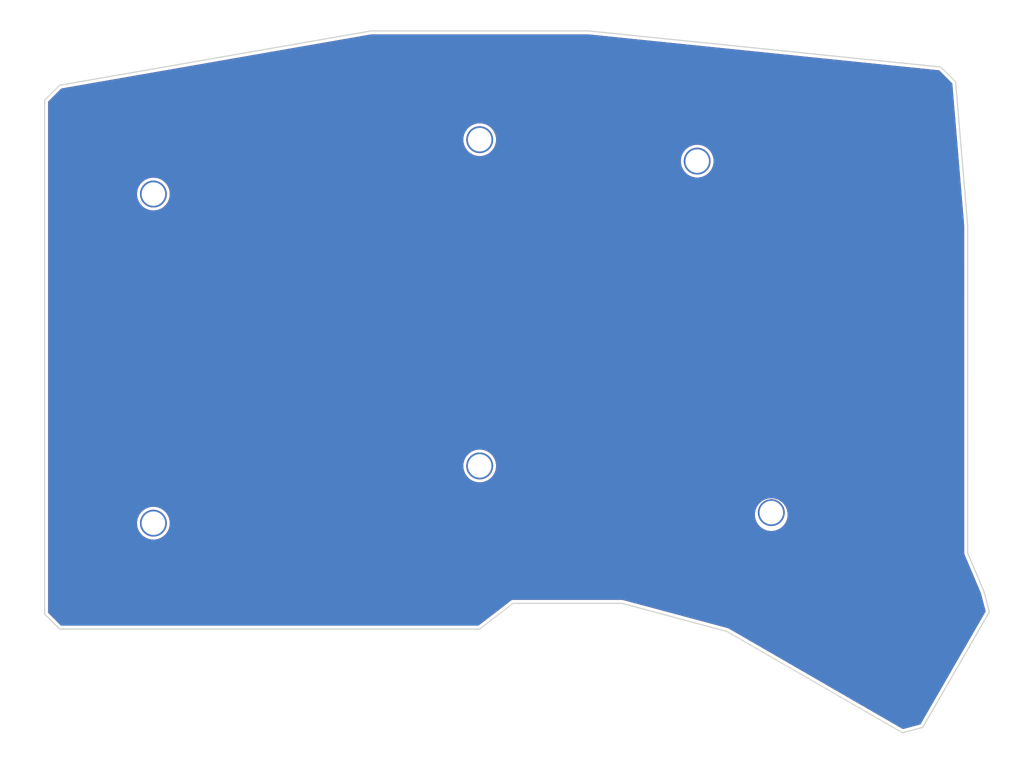
<source format=kicad_pcb>
(kicad_pcb (version 20171130) (host pcbnew "(5.1.10)-1")

  (general
    (thickness 1.6)
    (drawings 18)
    (tracks 0)
    (zones 0)
    (modules 6)
    (nets 1)
  )

  (page A4)
  (layers
    (0 F.Cu signal)
    (31 B.Cu signal)
    (32 B.Adhes user)
    (33 F.Adhes user)
    (34 B.Paste user)
    (35 F.Paste user)
    (36 B.SilkS user)
    (37 F.SilkS user)
    (38 B.Mask user)
    (39 F.Mask user)
    (40 Dwgs.User user)
    (41 Cmts.User user)
    (42 Eco1.User user)
    (43 Eco2.User user)
    (44 Edge.Cuts user)
    (45 Margin user)
    (46 B.CrtYd user)
    (47 F.CrtYd user)
    (48 B.Fab user)
    (49 F.Fab user)
  )

  (setup
    (last_trace_width 0.25)
    (trace_clearance 0.2)
    (zone_clearance 0.508)
    (zone_45_only no)
    (trace_min 0.2)
    (via_size 0.8)
    (via_drill 0.4)
    (via_min_size 0.4)
    (via_min_drill 0.3)
    (uvia_size 0.3)
    (uvia_drill 0.1)
    (uvias_allowed no)
    (uvia_min_size 0.2)
    (uvia_min_drill 0.1)
    (edge_width 0.1)
    (segment_width 0.2)
    (pcb_text_width 0.3)
    (pcb_text_size 1.5 1.5)
    (mod_edge_width 0.15)
    (mod_text_size 1 1)
    (mod_text_width 0.15)
    (pad_size 1.524 1.524)
    (pad_drill 0.762)
    (pad_to_mask_clearance 0)
    (aux_axis_origin 0 0)
    (visible_elements 7FFFFFFF)
    (pcbplotparams
      (layerselection 0x010fc_ffffffff)
      (usegerberextensions false)
      (usegerberattributes true)
      (usegerberadvancedattributes true)
      (creategerberjobfile true)
      (excludeedgelayer true)
      (linewidth 0.100000)
      (plotframeref false)
      (viasonmask false)
      (mode 1)
      (useauxorigin false)
      (hpglpennumber 1)
      (hpglpenspeed 20)
      (hpglpendiameter 15.000000)
      (psnegative false)
      (psa4output false)
      (plotreference true)
      (plotvalue true)
      (plotinvisibletext false)
      (padsonsilk false)
      (subtractmaskfromsilk false)
      (outputformat 1)
      (mirror false)
      (drillshape 1)
      (scaleselection 1)
      (outputdirectory ""))
  )

  (net 0 "")

  (net_class Default "This is the default net class."
    (clearance 0.2)
    (trace_width 0.25)
    (via_dia 0.8)
    (via_drill 0.4)
    (uvia_dia 0.3)
    (uvia_drill 0.1)
  )

  (module kbd:HOLE_M2_TH (layer F.Cu) (tedit 611CB16B) (tstamp 6132D5F0)
    (at 186.947906 119.154041)
    (fp_text reference TH5 (at 0 -2.54) (layer F.SilkS) hide
      (effects (font (size 0.29972 0.29972) (thickness 0.0762)))
    )
    (fp_text value HOLE (at 0 2.54) (layer F.SilkS) hide
      (effects (font (size 0.29972 0.29972) (thickness 0.0762)))
    )
    (pad "" thru_hole circle (at 0 0 90) (size 4.7 4.7) (drill 4.1) (layers *.Cu *.Mask Dwgs.User)
      (clearance 0.3))
  )

  (module kbd:HOLE_M2_TH (layer F.Cu) (tedit 611CB16B) (tstamp 6132D5F0)
    (at 174 57.75)
    (fp_text reference TH5 (at 0 -2.54) (layer F.SilkS) hide
      (effects (font (size 0.29972 0.29972) (thickness 0.0762)))
    )
    (fp_text value HOLE (at 0 2.54) (layer F.SilkS) hide
      (effects (font (size 0.29972 0.29972) (thickness 0.0762)))
    )
    (pad "" thru_hole circle (at 0 0 90) (size 4.7 4.7) (drill 4.1) (layers *.Cu *.Mask Dwgs.User)
      (clearance 0.3))
  )

  (module kbd:HOLE_M2_TH (layer F.Cu) (tedit 611CB16B) (tstamp 6132D5F0)
    (at 136 54)
    (fp_text reference TH5 (at 0 -2.54) (layer F.SilkS) hide
      (effects (font (size 0.29972 0.29972) (thickness 0.0762)))
    )
    (fp_text value HOLE (at 0 2.54) (layer F.SilkS) hide
      (effects (font (size 0.29972 0.29972) (thickness 0.0762)))
    )
    (pad "" thru_hole circle (at 0 0 90) (size 4.7 4.7) (drill 4.1) (layers *.Cu *.Mask Dwgs.User)
      (clearance 0.3))
  )

  (module kbd:HOLE_M2_TH (layer F.Cu) (tedit 611CB16B) (tstamp 6132D5F0)
    (at 136 111)
    (fp_text reference TH5 (at 0 -2.54) (layer F.SilkS) hide
      (effects (font (size 0.29972 0.29972) (thickness 0.0762)))
    )
    (fp_text value HOLE (at 0 2.54) (layer F.SilkS) hide
      (effects (font (size 0.29972 0.29972) (thickness 0.0762)))
    )
    (pad "" thru_hole circle (at 0 0 90) (size 4.7 4.7) (drill 4.1) (layers *.Cu *.Mask Dwgs.User)
      (clearance 0.3))
  )

  (module kbd:HOLE_M2_TH (layer F.Cu) (tedit 611CB16B) (tstamp 6132D5F0)
    (at 79 121)
    (fp_text reference TH5 (at 0 -2.54) (layer F.SilkS) hide
      (effects (font (size 0.29972 0.29972) (thickness 0.0762)))
    )
    (fp_text value HOLE (at 0 2.54) (layer F.SilkS) hide
      (effects (font (size 0.29972 0.29972) (thickness 0.0762)))
    )
    (pad "" thru_hole circle (at 0 0 90) (size 4.7 4.7) (drill 4.1) (layers *.Cu *.Mask Dwgs.User)
      (clearance 0.3))
  )

  (module kbd:HOLE_M2_TH (layer F.Cu) (tedit 611CB16B) (tstamp 6132D5F0)
    (at 79 63.499999)
    (fp_text reference TH5 (at 0 -2.54) (layer F.SilkS) hide
      (effects (font (size 0.29972 0.29972) (thickness 0.0762)))
    )
    (fp_text value HOLE (at 0 2.54) (layer F.SilkS) hide
      (effects (font (size 0.29972 0.29972) (thickness 0.0762)))
    )
    (pad "" thru_hole circle (at 0 0 90) (size 4.7 4.7) (drill 4.1) (layers *.Cu *.Mask Dwgs.User)
      (clearance 0.3))
  )

  (gr_line (start 221.246826 68.971967) (end 221.25 126.219844) (layer Edge.Cuts) (width 0.2))
  (gr_line (start 155 35) (end 216.550616 41.3067) (layer Edge.Cuts) (width 0.2))
  (gr_line (start 219.150616 43.9067) (end 221.246826 68.971967) (layer Edge.Cuts) (width 0.2))
  (gr_line (start 219.150616 43.9067) (end 216.550616 41.3067) (layer Edge.Cuts) (width 0.2))
  (gr_line (start 221.25 126.219844) (end 224.098488 132.935837) (layer Edge.Cuts) (width 0.2))
  (gr_line (start 179.191189 139.917561) (end 209.848488 157.617561) (layer Edge.Cuts) (width 0.2))
  (gr_line (start 116.999999 35) (end 155 35) (layer Edge.Cuts) (width 0.2))
  (gr_line (start 116.999999 35) (end 62.6 44.5) (layer Edge.Cuts) (width 0.2))
  (gr_line (start 225.050154 136.487503) (end 224.098488 132.935837) (layer Edge.Cuts) (width 0.2))
  (gr_line (start 213.400154 156.665895) (end 225.050154 136.487503) (layer Edge.Cuts) (width 0.2))
  (gr_line (start 209.848488 157.617561) (end 213.400154 156.665895) (layer Edge.Cuts) (width 0.2))
  (gr_line (start 62.6 139.5) (end 136 139.5) (layer Edge.Cuts) (width 0.2))
  (gr_line (start 60 136.9) (end 62.6 139.5) (layer Edge.Cuts) (width 0.2))
  (gr_line (start 60 47.1) (end 60 136.9) (layer Edge.Cuts) (width 0.2))
  (gr_line (start 62.6 44.5) (end 60 47.1) (layer Edge.Cuts) (width 0.2))
  (gr_line (start 136 139.5) (end 141.838598 135) (layer Edge.Cuts) (width 0.2))
  (gr_line (start 141.838598 135) (end 160.838598 135) (layer Edge.Cuts) (width 0.2))
  (gr_line (start 160.838598 135) (end 179.191189 139.917561) (layer Edge.Cuts) (width 0.2))

  (zone (net 0) (net_name "") (layer F.Cu) (tstamp 61453998) (hatch edge 0.508)
    (connect_pads (clearance 0.508))
    (min_thickness 0.254)
    (fill yes (arc_segments 32) (thermal_gap 0.508) (thermal_bridge_width 0.508))
    (polygon
      (pts
        (xy 226.5 30.2) (xy 231.1 163.6) (xy 52.2 152.5) (xy 54.7 29.6)
      )
    )
    (filled_polygon
      (pts
        (xy 216.215701 42.011231) (xy 218.440601 44.236132) (xy 220.511828 69.002677) (xy 220.514999 126.186862) (xy 220.511471 126.226076)
        (xy 220.518848 126.295007) (xy 220.525643 126.363969) (xy 220.526546 126.366946) (xy 220.526877 126.370036) (xy 220.547543 126.436148)
        (xy 220.567679 126.502514) (xy 220.58624 126.537234) (xy 223.401809 133.175618) (xy 224.261402 136.383661) (xy 212.915849 156.034736)
        (xy 209.952331 156.828809) (xy 179.569105 139.287046) (xy 179.517843 139.25517) (xy 179.472605 139.238144) (xy 179.42859 139.218201)
        (xy 179.369835 139.204501) (xy 161.040447 134.293158) (xy 160.982683 134.275635) (xy 160.934577 134.270897) (xy 160.886901 134.263026)
        (xy 160.8266 134.265) (xy 141.849832 134.265) (xy 141.788717 134.26313) (xy 141.741827 134.270975) (xy 141.694513 134.275635)
        (xy 141.670579 134.282895) (xy 141.645919 134.287021) (xy 141.601467 134.30386) (xy 141.555965 134.317663) (xy 141.533909 134.329452)
        (xy 141.510526 134.33831) (xy 141.47021 134.3635) (xy 141.428278 134.385913) (xy 141.38101 134.424705) (xy 135.749624 138.765)
        (xy 62.904447 138.765) (xy 60.735 136.595554) (xy 60.735 120.706003) (xy 76.015 120.706003) (xy 76.015 121.293997)
        (xy 76.129712 121.870692) (xy 76.354727 122.413928) (xy 76.681399 122.902826) (xy 77.097174 123.318601) (xy 77.586072 123.645273)
        (xy 78.129308 123.870288) (xy 78.706003 123.985) (xy 79.293997 123.985) (xy 79.870692 123.870288) (xy 80.413928 123.645273)
        (xy 80.902826 123.318601) (xy 81.318601 122.902826) (xy 81.645273 122.413928) (xy 81.870288 121.870692) (xy 81.985 121.293997)
        (xy 81.985 120.706003) (xy 81.870288 120.129308) (xy 81.645273 119.586072) (xy 81.39196 119.206963) (xy 183.951576 119.206963)
        (xy 183.951576 119.794957) (xy 184.066288 120.371652) (xy 184.291303 120.914888) (xy 184.617975 121.403786) (xy 185.03375 121.819561)
        (xy 185.522648 122.146233) (xy 186.065884 122.371248) (xy 186.642579 122.48596) (xy 187.230573 122.48596) (xy 187.807268 122.371248)
        (xy 188.350504 122.146233) (xy 188.839402 121.819561) (xy 189.255177 121.403786) (xy 189.581849 120.914888) (xy 189.806864 120.371652)
        (xy 189.921576 119.794957) (xy 189.921576 119.206963) (xy 189.806864 118.630268) (xy 189.581849 118.087032) (xy 189.255177 117.598134)
        (xy 188.839402 117.182359) (xy 188.350504 116.855687) (xy 187.807268 116.630672) (xy 187.230573 116.51596) (xy 186.642579 116.51596)
        (xy 186.065884 116.630672) (xy 185.522648 116.855687) (xy 185.03375 117.182359) (xy 184.617975 117.598134) (xy 184.291303 118.087032)
        (xy 184.066288 118.630268) (xy 183.951576 119.206963) (xy 81.39196 119.206963) (xy 81.318601 119.097174) (xy 80.902826 118.681399)
        (xy 80.413928 118.354727) (xy 79.870692 118.129712) (xy 79.293997 118.015) (xy 78.706003 118.015) (xy 78.129308 118.129712)
        (xy 77.586072 118.354727) (xy 77.097174 118.681399) (xy 76.681399 119.097174) (xy 76.354727 119.586072) (xy 76.129712 120.129308)
        (xy 76.015 120.706003) (xy 60.735 120.706003) (xy 60.735 110.706003) (xy 133.015 110.706003) (xy 133.015 111.293997)
        (xy 133.129712 111.870692) (xy 133.354727 112.413928) (xy 133.681399 112.902826) (xy 134.097174 113.318601) (xy 134.586072 113.645273)
        (xy 135.129308 113.870288) (xy 135.706003 113.985) (xy 136.293997 113.985) (xy 136.870692 113.870288) (xy 137.413928 113.645273)
        (xy 137.902826 113.318601) (xy 138.318601 112.902826) (xy 138.645273 112.413928) (xy 138.870288 111.870692) (xy 138.985 111.293997)
        (xy 138.985 110.706003) (xy 138.870288 110.129308) (xy 138.645273 109.586072) (xy 138.318601 109.097174) (xy 137.902826 108.681399)
        (xy 137.413928 108.354727) (xy 136.870692 108.129712) (xy 136.293997 108.015) (xy 135.706003 108.015) (xy 135.129308 108.129712)
        (xy 134.586072 108.354727) (xy 134.097174 108.681399) (xy 133.681399 109.097174) (xy 133.354727 109.586072) (xy 133.129712 110.129308)
        (xy 133.015 110.706003) (xy 60.735 110.706003) (xy 60.735 63.206002) (xy 76.015 63.206002) (xy 76.015 63.793996)
        (xy 76.129712 64.370691) (xy 76.354727 64.913927) (xy 76.681399 65.402825) (xy 77.097174 65.8186) (xy 77.586072 66.145272)
        (xy 78.129308 66.370287) (xy 78.706003 66.484999) (xy 79.293997 66.484999) (xy 79.870692 66.370287) (xy 80.413928 66.145272)
        (xy 80.902826 65.8186) (xy 81.318601 65.402825) (xy 81.645273 64.913927) (xy 81.870288 64.370691) (xy 81.985 63.793996)
        (xy 81.985 63.206002) (xy 81.870288 62.629307) (xy 81.645273 62.086071) (xy 81.318601 61.597173) (xy 80.902826 61.181398)
        (xy 80.413928 60.854726) (xy 79.870692 60.629711) (xy 79.293997 60.514999) (xy 78.706003 60.514999) (xy 78.129308 60.629711)
        (xy 77.586072 60.854726) (xy 77.097174 61.181398) (xy 76.681399 61.597173) (xy 76.354727 62.086071) (xy 76.129712 62.629307)
        (xy 76.015 63.206002) (xy 60.735 63.206002) (xy 60.735 57.456003) (xy 171.015 57.456003) (xy 171.015 58.043997)
        (xy 171.129712 58.620692) (xy 171.354727 59.163928) (xy 171.681399 59.652826) (xy 172.097174 60.068601) (xy 172.586072 60.395273)
        (xy 173.129308 60.620288) (xy 173.706003 60.735) (xy 174.293997 60.735) (xy 174.870692 60.620288) (xy 175.413928 60.395273)
        (xy 175.902826 60.068601) (xy 176.318601 59.652826) (xy 176.645273 59.163928) (xy 176.870288 58.620692) (xy 176.985 58.043997)
        (xy 176.985 57.456003) (xy 176.870288 56.879308) (xy 176.645273 56.336072) (xy 176.318601 55.847174) (xy 175.902826 55.431399)
        (xy 175.413928 55.104727) (xy 174.870692 54.879712) (xy 174.293997 54.765) (xy 173.706003 54.765) (xy 173.129308 54.879712)
        (xy 172.586072 55.104727) (xy 172.097174 55.431399) (xy 171.681399 55.847174) (xy 171.354727 56.336072) (xy 171.129712 56.879308)
        (xy 171.015 57.456003) (xy 60.735 57.456003) (xy 60.735 53.706003) (xy 133.015 53.706003) (xy 133.015 54.293997)
        (xy 133.129712 54.870692) (xy 133.354727 55.413928) (xy 133.681399 55.902826) (xy 134.097174 56.318601) (xy 134.586072 56.645273)
        (xy 135.129308 56.870288) (xy 135.706003 56.985) (xy 136.293997 56.985) (xy 136.870692 56.870288) (xy 137.413928 56.645273)
        (xy 137.902826 56.318601) (xy 138.318601 55.902826) (xy 138.645273 55.413928) (xy 138.870288 54.870692) (xy 138.985 54.293997)
        (xy 138.985 53.706003) (xy 138.870288 53.129308) (xy 138.645273 52.586072) (xy 138.318601 52.097174) (xy 137.902826 51.681399)
        (xy 137.413928 51.354727) (xy 136.870692 51.129712) (xy 136.293997 51.015) (xy 135.706003 51.015) (xy 135.129308 51.129712)
        (xy 134.586072 51.354727) (xy 134.097174 51.681399) (xy 133.681399 52.097174) (xy 133.354727 52.586072) (xy 133.129712 53.129308)
        (xy 133.015 53.706003) (xy 60.735 53.706003) (xy 60.735 47.404446) (xy 62.955386 45.184061) (xy 117.063697 35.735)
        (xy 154.96245 35.735)
      )
    )
  )
  (zone (net 0) (net_name "") (layer B.Cu) (tstamp 61453995) (hatch edge 0.508)
    (connect_pads (clearance 0.508))
    (min_thickness 0.254)
    (fill yes (arc_segments 32) (thermal_gap 0.508) (thermal_bridge_width 0.508))
    (polygon
      (pts
        (xy 226.5 30.2) (xy 231.1 163.6) (xy 52.2 152.5) (xy 54.7 29.6)
      )
    )
    (filled_polygon
      (pts
        (xy 216.215701 42.011231) (xy 218.440601 44.236132) (xy 220.511828 69.002677) (xy 220.514999 126.186862) (xy 220.511471 126.226076)
        (xy 220.518848 126.295007) (xy 220.525643 126.363969) (xy 220.526546 126.366946) (xy 220.526877 126.370036) (xy 220.547543 126.436148)
        (xy 220.567679 126.502514) (xy 220.58624 126.537234) (xy 223.401809 133.175618) (xy 224.261402 136.383661) (xy 212.915849 156.034736)
        (xy 209.952331 156.828809) (xy 179.569105 139.287046) (xy 179.517843 139.25517) (xy 179.472605 139.238144) (xy 179.42859 139.218201)
        (xy 179.369835 139.204501) (xy 161.040447 134.293158) (xy 160.982683 134.275635) (xy 160.934577 134.270897) (xy 160.886901 134.263026)
        (xy 160.8266 134.265) (xy 141.849832 134.265) (xy 141.788717 134.26313) (xy 141.741827 134.270975) (xy 141.694513 134.275635)
        (xy 141.670579 134.282895) (xy 141.645919 134.287021) (xy 141.601467 134.30386) (xy 141.555965 134.317663) (xy 141.533909 134.329452)
        (xy 141.510526 134.33831) (xy 141.47021 134.3635) (xy 141.428278 134.385913) (xy 141.38101 134.424705) (xy 135.749624 138.765)
        (xy 62.904447 138.765) (xy 60.735 136.595554) (xy 60.735 120.706003) (xy 76.015 120.706003) (xy 76.015 121.293997)
        (xy 76.129712 121.870692) (xy 76.354727 122.413928) (xy 76.681399 122.902826) (xy 77.097174 123.318601) (xy 77.586072 123.645273)
        (xy 78.129308 123.870288) (xy 78.706003 123.985) (xy 79.293997 123.985) (xy 79.870692 123.870288) (xy 80.413928 123.645273)
        (xy 80.902826 123.318601) (xy 81.318601 122.902826) (xy 81.645273 122.413928) (xy 81.870288 121.870692) (xy 81.985 121.293997)
        (xy 81.985 120.706003) (xy 81.870288 120.129308) (xy 81.645273 119.586072) (xy 81.39196 119.206963) (xy 183.951576 119.206963)
        (xy 183.951576 119.794957) (xy 184.066288 120.371652) (xy 184.291303 120.914888) (xy 184.617975 121.403786) (xy 185.03375 121.819561)
        (xy 185.522648 122.146233) (xy 186.065884 122.371248) (xy 186.642579 122.48596) (xy 187.230573 122.48596) (xy 187.807268 122.371248)
        (xy 188.350504 122.146233) (xy 188.839402 121.819561) (xy 189.255177 121.403786) (xy 189.581849 120.914888) (xy 189.806864 120.371652)
        (xy 189.921576 119.794957) (xy 189.921576 119.206963) (xy 189.806864 118.630268) (xy 189.581849 118.087032) (xy 189.255177 117.598134)
        (xy 188.839402 117.182359) (xy 188.350504 116.855687) (xy 187.807268 116.630672) (xy 187.230573 116.51596) (xy 186.642579 116.51596)
        (xy 186.065884 116.630672) (xy 185.522648 116.855687) (xy 185.03375 117.182359) (xy 184.617975 117.598134) (xy 184.291303 118.087032)
        (xy 184.066288 118.630268) (xy 183.951576 119.206963) (xy 81.39196 119.206963) (xy 81.318601 119.097174) (xy 80.902826 118.681399)
        (xy 80.413928 118.354727) (xy 79.870692 118.129712) (xy 79.293997 118.015) (xy 78.706003 118.015) (xy 78.129308 118.129712)
        (xy 77.586072 118.354727) (xy 77.097174 118.681399) (xy 76.681399 119.097174) (xy 76.354727 119.586072) (xy 76.129712 120.129308)
        (xy 76.015 120.706003) (xy 60.735 120.706003) (xy 60.735 110.706003) (xy 133.015 110.706003) (xy 133.015 111.293997)
        (xy 133.129712 111.870692) (xy 133.354727 112.413928) (xy 133.681399 112.902826) (xy 134.097174 113.318601) (xy 134.586072 113.645273)
        (xy 135.129308 113.870288) (xy 135.706003 113.985) (xy 136.293997 113.985) (xy 136.870692 113.870288) (xy 137.413928 113.645273)
        (xy 137.902826 113.318601) (xy 138.318601 112.902826) (xy 138.645273 112.413928) (xy 138.870288 111.870692) (xy 138.985 111.293997)
        (xy 138.985 110.706003) (xy 138.870288 110.129308) (xy 138.645273 109.586072) (xy 138.318601 109.097174) (xy 137.902826 108.681399)
        (xy 137.413928 108.354727) (xy 136.870692 108.129712) (xy 136.293997 108.015) (xy 135.706003 108.015) (xy 135.129308 108.129712)
        (xy 134.586072 108.354727) (xy 134.097174 108.681399) (xy 133.681399 109.097174) (xy 133.354727 109.586072) (xy 133.129712 110.129308)
        (xy 133.015 110.706003) (xy 60.735 110.706003) (xy 60.735 63.206002) (xy 76.015 63.206002) (xy 76.015 63.793996)
        (xy 76.129712 64.370691) (xy 76.354727 64.913927) (xy 76.681399 65.402825) (xy 77.097174 65.8186) (xy 77.586072 66.145272)
        (xy 78.129308 66.370287) (xy 78.706003 66.484999) (xy 79.293997 66.484999) (xy 79.870692 66.370287) (xy 80.413928 66.145272)
        (xy 80.902826 65.8186) (xy 81.318601 65.402825) (xy 81.645273 64.913927) (xy 81.870288 64.370691) (xy 81.985 63.793996)
        (xy 81.985 63.206002) (xy 81.870288 62.629307) (xy 81.645273 62.086071) (xy 81.318601 61.597173) (xy 80.902826 61.181398)
        (xy 80.413928 60.854726) (xy 79.870692 60.629711) (xy 79.293997 60.514999) (xy 78.706003 60.514999) (xy 78.129308 60.629711)
        (xy 77.586072 60.854726) (xy 77.097174 61.181398) (xy 76.681399 61.597173) (xy 76.354727 62.086071) (xy 76.129712 62.629307)
        (xy 76.015 63.206002) (xy 60.735 63.206002) (xy 60.735 57.456003) (xy 171.015 57.456003) (xy 171.015 58.043997)
        (xy 171.129712 58.620692) (xy 171.354727 59.163928) (xy 171.681399 59.652826) (xy 172.097174 60.068601) (xy 172.586072 60.395273)
        (xy 173.129308 60.620288) (xy 173.706003 60.735) (xy 174.293997 60.735) (xy 174.870692 60.620288) (xy 175.413928 60.395273)
        (xy 175.902826 60.068601) (xy 176.318601 59.652826) (xy 176.645273 59.163928) (xy 176.870288 58.620692) (xy 176.985 58.043997)
        (xy 176.985 57.456003) (xy 176.870288 56.879308) (xy 176.645273 56.336072) (xy 176.318601 55.847174) (xy 175.902826 55.431399)
        (xy 175.413928 55.104727) (xy 174.870692 54.879712) (xy 174.293997 54.765) (xy 173.706003 54.765) (xy 173.129308 54.879712)
        (xy 172.586072 55.104727) (xy 172.097174 55.431399) (xy 171.681399 55.847174) (xy 171.354727 56.336072) (xy 171.129712 56.879308)
        (xy 171.015 57.456003) (xy 60.735 57.456003) (xy 60.735 53.706003) (xy 133.015 53.706003) (xy 133.015 54.293997)
        (xy 133.129712 54.870692) (xy 133.354727 55.413928) (xy 133.681399 55.902826) (xy 134.097174 56.318601) (xy 134.586072 56.645273)
        (xy 135.129308 56.870288) (xy 135.706003 56.985) (xy 136.293997 56.985) (xy 136.870692 56.870288) (xy 137.413928 56.645273)
        (xy 137.902826 56.318601) (xy 138.318601 55.902826) (xy 138.645273 55.413928) (xy 138.870288 54.870692) (xy 138.985 54.293997)
        (xy 138.985 53.706003) (xy 138.870288 53.129308) (xy 138.645273 52.586072) (xy 138.318601 52.097174) (xy 137.902826 51.681399)
        (xy 137.413928 51.354727) (xy 136.870692 51.129712) (xy 136.293997 51.015) (xy 135.706003 51.015) (xy 135.129308 51.129712)
        (xy 134.586072 51.354727) (xy 134.097174 51.681399) (xy 133.681399 52.097174) (xy 133.354727 52.586072) (xy 133.129712 53.129308)
        (xy 133.015 53.706003) (xy 60.735 53.706003) (xy 60.735 47.404446) (xy 62.955386 45.184061) (xy 117.063697 35.735)
        (xy 154.96245 35.735)
      )
    )
  )
)

</source>
